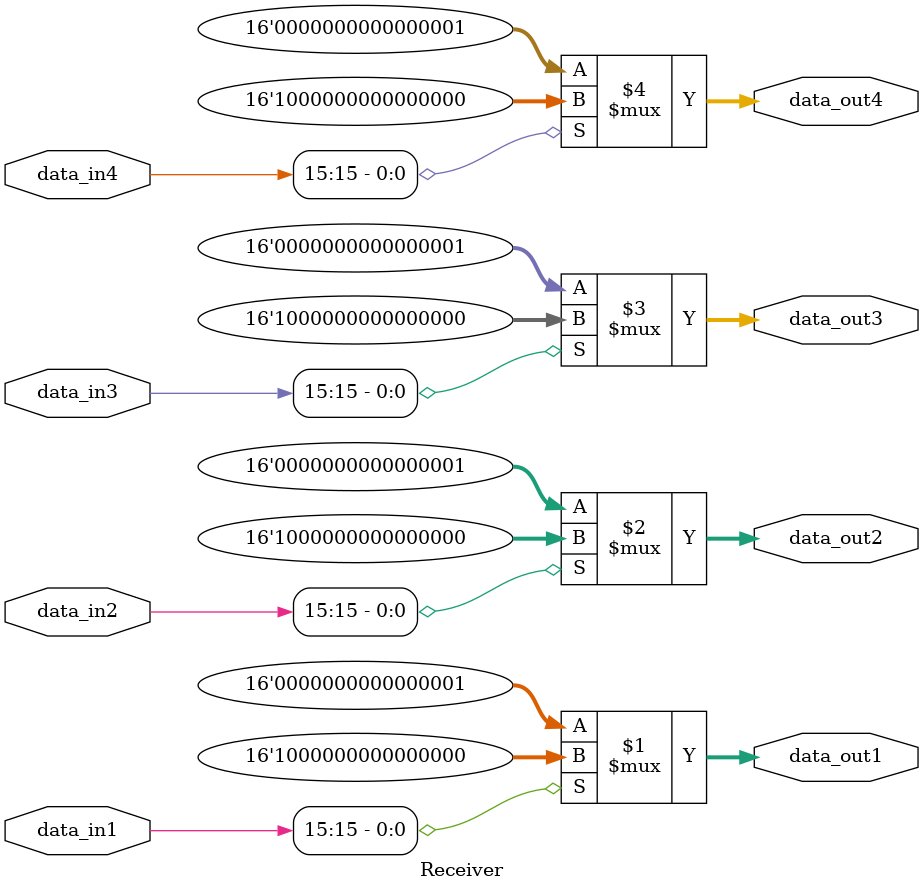
<source format=sv>
module Receiver(
    input logic [15:0] data_in1, 
    input logic [15:0] data_in2, 
    input logic [15:0] data_in3, 
    input logic [15:0] data_in4,
    output logic [15:0] data_out1, 
    output logic [15:0] data_out2, 
    output logic [15:0] data_out3, 
    output logic [15:0] data_out4
);
    //Define Constants
    localparam signed [15:0] POS = 16'b0000_0000_0000_0001;  // Represents +1
    localparam signed [15:0] NEG = 16'b1000_0000_0000_0000;  // Represents -1

    assign data_out1 = data_in1[15] ? NEG : POS;
    assign data_out2 = data_in2[15] ? NEG : POS;
    assign data_out3 = data_in3[15] ? NEG : POS;
    assign data_out4 = data_in4[15] ? NEG : POS;

endmodule

</source>
